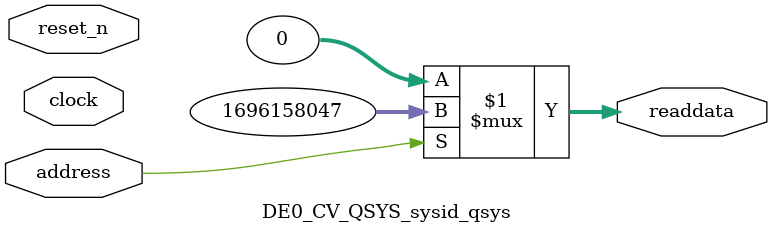
<source format=v>



// synthesis translate_off
`timescale 1ns / 1ps
// synthesis translate_on

// turn off superfluous verilog processor warnings 
// altera message_level Level1 
// altera message_off 10034 10035 10036 10037 10230 10240 10030 

module DE0_CV_QSYS_sysid_qsys (
               // inputs:
                address,
                clock,
                reset_n,

               // outputs:
                readdata
             )
;

  output  [ 31: 0] readdata;
  input            address;
  input            clock;
  input            reset_n;

  wire    [ 31: 0] readdata;
  //control_slave, which is an e_avalon_slave
  assign readdata = address ? 1696158047 : 0;

endmodule



</source>
